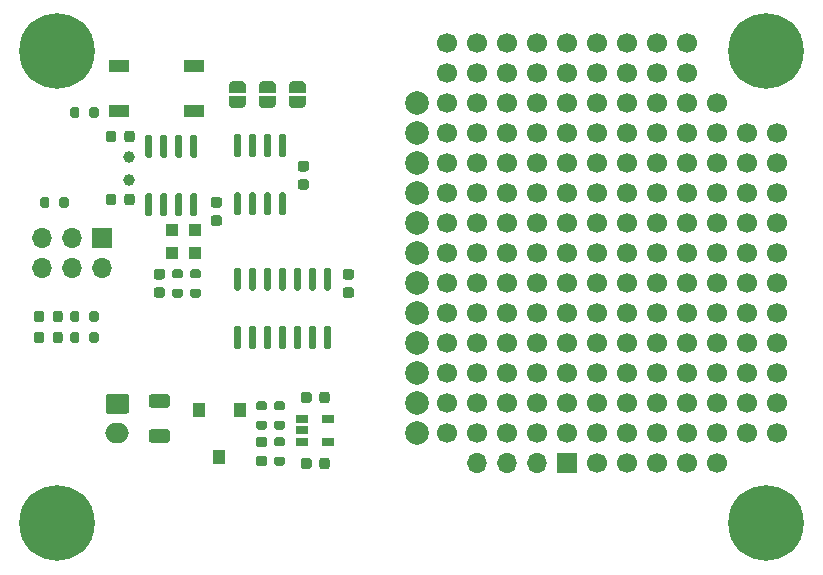
<source format=gbr>
%TF.GenerationSoftware,KiCad,Pcbnew,(5.1.10)-1*%
%TF.CreationDate,2021-09-16T15:44:01+01:00*%
%TF.ProjectId,Eos-Board,456f732d-426f-4617-9264-2e6b69636164,rev?*%
%TF.SameCoordinates,Original*%
%TF.FileFunction,Soldermask,Top*%
%TF.FilePolarity,Negative*%
%FSLAX46Y46*%
G04 Gerber Fmt 4.6, Leading zero omitted, Abs format (unit mm)*
G04 Created by KiCad (PCBNEW (5.1.10)-1) date 2021-09-16 15:44:01*
%MOMM*%
%LPD*%
G01*
G04 APERTURE LIST*
%ADD10R,1.700000X1.000000*%
%ADD11C,1.700000*%
%ADD12C,0.800000*%
%ADD13C,6.400000*%
%ADD14C,1.000000*%
%ADD15O,1.700000X1.700000*%
%ADD16R,1.700000X1.700000*%
%ADD17R,1.000000X1.000000*%
%ADD18R,1.060000X0.650000*%
%ADD19C,2.000000*%
%ADD20R,1.000000X1.300000*%
%ADD21C,0.100000*%
%ADD22O,2.000000X1.700000*%
G04 APERTURE END LIST*
D10*
%TO.C,SW2*%
X113132000Y-64130000D03*
X106832000Y-64130000D03*
X113132000Y-60330000D03*
X106832000Y-60330000D03*
%TD*%
%TO.C,R9*%
G36*
G01*
X104311000Y-64537000D02*
X104311000Y-63987000D01*
G75*
G02*
X104511000Y-63787000I200000J0D01*
G01*
X104911000Y-63787000D01*
G75*
G02*
X105111000Y-63987000I0J-200000D01*
G01*
X105111000Y-64537000D01*
G75*
G02*
X104911000Y-64737000I-200000J0D01*
G01*
X104511000Y-64737000D01*
G75*
G02*
X104311000Y-64537000I0J200000D01*
G01*
G37*
G36*
G01*
X102661000Y-64537000D02*
X102661000Y-63987000D01*
G75*
G02*
X102861000Y-63787000I200000J0D01*
G01*
X103261000Y-63787000D01*
G75*
G02*
X103461000Y-63987000I0J-200000D01*
G01*
X103461000Y-64537000D01*
G75*
G02*
X103261000Y-64737000I-200000J0D01*
G01*
X102861000Y-64737000D01*
G75*
G02*
X102661000Y-64537000I0J200000D01*
G01*
G37*
%TD*%
%TO.C,U6*%
G36*
G01*
X113007000Y-71096000D02*
X113307000Y-71096000D01*
G75*
G02*
X113457000Y-71246000I0J-150000D01*
G01*
X113457000Y-72896000D01*
G75*
G02*
X113307000Y-73046000I-150000J0D01*
G01*
X113007000Y-73046000D01*
G75*
G02*
X112857000Y-72896000I0J150000D01*
G01*
X112857000Y-71246000D01*
G75*
G02*
X113007000Y-71096000I150000J0D01*
G01*
G37*
G36*
G01*
X111737000Y-71096000D02*
X112037000Y-71096000D01*
G75*
G02*
X112187000Y-71246000I0J-150000D01*
G01*
X112187000Y-72896000D01*
G75*
G02*
X112037000Y-73046000I-150000J0D01*
G01*
X111737000Y-73046000D01*
G75*
G02*
X111587000Y-72896000I0J150000D01*
G01*
X111587000Y-71246000D01*
G75*
G02*
X111737000Y-71096000I150000J0D01*
G01*
G37*
G36*
G01*
X110467000Y-71096000D02*
X110767000Y-71096000D01*
G75*
G02*
X110917000Y-71246000I0J-150000D01*
G01*
X110917000Y-72896000D01*
G75*
G02*
X110767000Y-73046000I-150000J0D01*
G01*
X110467000Y-73046000D01*
G75*
G02*
X110317000Y-72896000I0J150000D01*
G01*
X110317000Y-71246000D01*
G75*
G02*
X110467000Y-71096000I150000J0D01*
G01*
G37*
G36*
G01*
X109197000Y-71096000D02*
X109497000Y-71096000D01*
G75*
G02*
X109647000Y-71246000I0J-150000D01*
G01*
X109647000Y-72896000D01*
G75*
G02*
X109497000Y-73046000I-150000J0D01*
G01*
X109197000Y-73046000D01*
G75*
G02*
X109047000Y-72896000I0J150000D01*
G01*
X109047000Y-71246000D01*
G75*
G02*
X109197000Y-71096000I150000J0D01*
G01*
G37*
G36*
G01*
X109197000Y-66146000D02*
X109497000Y-66146000D01*
G75*
G02*
X109647000Y-66296000I0J-150000D01*
G01*
X109647000Y-67946000D01*
G75*
G02*
X109497000Y-68096000I-150000J0D01*
G01*
X109197000Y-68096000D01*
G75*
G02*
X109047000Y-67946000I0J150000D01*
G01*
X109047000Y-66296000D01*
G75*
G02*
X109197000Y-66146000I150000J0D01*
G01*
G37*
G36*
G01*
X110467000Y-66146000D02*
X110767000Y-66146000D01*
G75*
G02*
X110917000Y-66296000I0J-150000D01*
G01*
X110917000Y-67946000D01*
G75*
G02*
X110767000Y-68096000I-150000J0D01*
G01*
X110467000Y-68096000D01*
G75*
G02*
X110317000Y-67946000I0J150000D01*
G01*
X110317000Y-66296000D01*
G75*
G02*
X110467000Y-66146000I150000J0D01*
G01*
G37*
G36*
G01*
X111737000Y-66146000D02*
X112037000Y-66146000D01*
G75*
G02*
X112187000Y-66296000I0J-150000D01*
G01*
X112187000Y-67946000D01*
G75*
G02*
X112037000Y-68096000I-150000J0D01*
G01*
X111737000Y-68096000D01*
G75*
G02*
X111587000Y-67946000I0J150000D01*
G01*
X111587000Y-66296000D01*
G75*
G02*
X111737000Y-66146000I150000J0D01*
G01*
G37*
G36*
G01*
X113007000Y-66146000D02*
X113307000Y-66146000D01*
G75*
G02*
X113457000Y-66296000I0J-150000D01*
G01*
X113457000Y-67946000D01*
G75*
G02*
X113307000Y-68096000I-150000J0D01*
G01*
X113007000Y-68096000D01*
G75*
G02*
X112857000Y-67946000I0J150000D01*
G01*
X112857000Y-66296000D01*
G75*
G02*
X113007000Y-66146000I150000J0D01*
G01*
G37*
%TD*%
D11*
%TO.C,REF\u002A\u002A*%
X134620000Y-91440000D03*
%TD*%
%TO.C,REF\u002A\u002A*%
X134620000Y-88900000D03*
%TD*%
%TO.C,REF\u002A\u002A*%
X137160000Y-91440000D03*
%TD*%
%TO.C,REF\u002A\u002A*%
X137160000Y-88900000D03*
%TD*%
%TO.C,REF\u002A\u002A*%
X162560000Y-71120000D03*
%TD*%
%TO.C,REF\u002A\u002A*%
X162560000Y-68580000D03*
%TD*%
%TO.C,REF\u002A\u002A*%
X162560000Y-86360000D03*
%TD*%
%TO.C,REF\u002A\u002A*%
X162560000Y-73660000D03*
%TD*%
%TO.C,REF\u002A\u002A*%
X162560000Y-81280000D03*
%TD*%
%TO.C,REF\u002A\u002A*%
X162560000Y-76200000D03*
%TD*%
%TO.C,REF\u002A\u002A*%
X162560000Y-88900000D03*
%TD*%
%TO.C,REF\u002A\u002A*%
X162560000Y-66040000D03*
%TD*%
%TO.C,REF\u002A\u002A*%
X162560000Y-91440000D03*
%TD*%
%TO.C,REF\u002A\u002A*%
X162560000Y-83820000D03*
%TD*%
%TO.C,REF\u002A\u002A*%
X162560000Y-78740000D03*
%TD*%
%TO.C,REF\u002A\u002A*%
X160020000Y-83820000D03*
%TD*%
%TO.C,REF\u002A\u002A*%
X160020000Y-86360000D03*
%TD*%
%TO.C,REF\u002A\u002A*%
X160020000Y-88900000D03*
%TD*%
%TO.C,REF\u002A\u002A*%
X160020000Y-78740000D03*
%TD*%
%TO.C,REF\u002A\u002A*%
X160020000Y-66040000D03*
%TD*%
%TO.C,REF\u002A\u002A*%
X160020000Y-73660000D03*
%TD*%
%TO.C,REF\u002A\u002A*%
X160020000Y-71120000D03*
%TD*%
%TO.C,REF\u002A\u002A*%
X160020000Y-68580000D03*
%TD*%
%TO.C,REF\u002A\u002A*%
X160020000Y-91440000D03*
%TD*%
%TO.C,REF\u002A\u002A*%
X160020000Y-76200000D03*
%TD*%
%TO.C,REF\u002A\u002A*%
X160020000Y-81280000D03*
%TD*%
%TO.C,REF\u002A\u002A*%
X157480000Y-93980000D03*
%TD*%
%TO.C,REF\u002A\u002A*%
X157480000Y-71120000D03*
%TD*%
%TO.C,REF\u002A\u002A*%
X157480000Y-68580000D03*
%TD*%
%TO.C,REF\u002A\u002A*%
X157480000Y-76200000D03*
%TD*%
%TO.C,REF\u002A\u002A*%
X157480000Y-73660000D03*
%TD*%
%TO.C,REF\u002A\u002A*%
X157480000Y-91440000D03*
%TD*%
%TO.C,REF\u002A\u002A*%
X157480000Y-81280000D03*
%TD*%
%TO.C,REF\u002A\u002A*%
X157480000Y-78740000D03*
%TD*%
%TO.C,REF\u002A\u002A*%
X157480000Y-66040000D03*
%TD*%
%TO.C,REF\u002A\u002A*%
X157480000Y-63500000D03*
%TD*%
%TO.C,REF\u002A\u002A*%
X157480000Y-86360000D03*
%TD*%
%TO.C,REF\u002A\u002A*%
X157480000Y-83820000D03*
%TD*%
%TO.C,REF\u002A\u002A*%
X157480000Y-88900000D03*
%TD*%
%TO.C,REF\u002A\u002A*%
X152400000Y-93980000D03*
%TD*%
%TO.C,REF\u002A\u002A*%
X154940000Y-93980000D03*
%TD*%
%TO.C,REF\u002A\u002A*%
X147320000Y-93980000D03*
%TD*%
%TO.C,REF\u002A\u002A*%
X149860000Y-93980000D03*
%TD*%
%TO.C,REF\u002A\u002A*%
X134620000Y-58420000D03*
%TD*%
%TO.C,REF\u002A\u002A*%
X134620000Y-60960000D03*
%TD*%
%TO.C,REF\u002A\u002A*%
X134620000Y-71120000D03*
%TD*%
%TO.C,REF\u002A\u002A*%
X134620000Y-63500000D03*
%TD*%
%TO.C,REF\u002A\u002A*%
X134620000Y-66040000D03*
%TD*%
%TO.C,REF\u002A\u002A*%
X134620000Y-68580000D03*
%TD*%
%TO.C,REF\u002A\u002A*%
X134620000Y-73660000D03*
%TD*%
%TO.C,REF\u002A\u002A*%
X134620000Y-76200000D03*
%TD*%
%TO.C,REF\u002A\u002A*%
X134620000Y-78740000D03*
%TD*%
%TO.C,REF\u002A\u002A*%
X134620000Y-86360000D03*
%TD*%
%TO.C,REF\u002A\u002A*%
X134620000Y-81280000D03*
%TD*%
%TO.C,REF\u002A\u002A*%
X134620000Y-83820000D03*
%TD*%
%TO.C,REF\u002A\u002A*%
X152400000Y-78740000D03*
%TD*%
%TO.C,REF\u002A\u002A*%
X152400000Y-81280000D03*
%TD*%
%TO.C,REF\u002A\u002A*%
X154940000Y-78740000D03*
%TD*%
%TO.C,REF\u002A\u002A*%
X154940000Y-81280000D03*
%TD*%
%TO.C,REF\u002A\u002A*%
X152400000Y-71120000D03*
%TD*%
%TO.C,REF\u002A\u002A*%
X152400000Y-68580000D03*
%TD*%
%TO.C,REF\u002A\u002A*%
X152400000Y-66040000D03*
%TD*%
%TO.C,REF\u002A\u002A*%
X154940000Y-63500000D03*
%TD*%
%TO.C,REF\u002A\u002A*%
X152400000Y-63500000D03*
%TD*%
%TO.C,REF\u002A\u002A*%
X152400000Y-60960000D03*
%TD*%
%TO.C,REF\u002A\u002A*%
X154940000Y-58420000D03*
%TD*%
%TO.C,REF\u002A\u002A*%
X152400000Y-58420000D03*
%TD*%
%TO.C,REF\u002A\u002A*%
X154940000Y-66040000D03*
%TD*%
%TO.C,REF\u002A\u002A*%
X154940000Y-60960000D03*
%TD*%
%TO.C,REF\u002A\u002A*%
X154940000Y-71120000D03*
%TD*%
%TO.C,REF\u002A\u002A*%
X154940000Y-68580000D03*
%TD*%
%TO.C,REF\u002A\u002A*%
X152400000Y-76200000D03*
%TD*%
%TO.C,REF\u002A\u002A*%
X152400000Y-73660000D03*
%TD*%
%TO.C,REF\u002A\u002A*%
X154940000Y-73660000D03*
%TD*%
%TO.C,REF\u002A\u002A*%
X154940000Y-76200000D03*
%TD*%
%TO.C,REF\u002A\u002A*%
X152400000Y-91440000D03*
%TD*%
%TO.C,REF\u002A\u002A*%
X154940000Y-91440000D03*
%TD*%
%TO.C,REF\u002A\u002A*%
X152400000Y-88900000D03*
%TD*%
%TO.C,REF\u002A\u002A*%
X154940000Y-83820000D03*
%TD*%
%TO.C,REF\u002A\u002A*%
X152400000Y-86360000D03*
%TD*%
%TO.C,REF\u002A\u002A*%
X154940000Y-86360000D03*
%TD*%
%TO.C,REF\u002A\u002A*%
X152400000Y-83820000D03*
%TD*%
%TO.C,REF\u002A\u002A*%
X154940000Y-88900000D03*
%TD*%
%TO.C,REF\u002A\u002A*%
X147320000Y-91440000D03*
%TD*%
%TO.C,REF\u002A\u002A*%
X139700000Y-88900000D03*
%TD*%
%TO.C,REF\u002A\u002A*%
X144780000Y-88900000D03*
%TD*%
%TO.C,REF\u002A\u002A*%
X149860000Y-88900000D03*
%TD*%
%TO.C,REF\u002A\u002A*%
X147320000Y-88900000D03*
%TD*%
%TO.C,REF\u002A\u002A*%
X144780000Y-91440000D03*
%TD*%
%TO.C,REF\u002A\u002A*%
X149860000Y-91440000D03*
%TD*%
%TO.C,REF\u002A\u002A*%
X139700000Y-91440000D03*
%TD*%
%TO.C,REF\u002A\u002A*%
X142240000Y-91440000D03*
%TD*%
%TO.C,REF\u002A\u002A*%
X142240000Y-88900000D03*
%TD*%
%TO.C,REF\u002A\u002A*%
X137160000Y-83820000D03*
%TD*%
%TO.C,REF\u002A\u002A*%
X147320000Y-86360000D03*
%TD*%
%TO.C,REF\u002A\u002A*%
X139700000Y-83820000D03*
%TD*%
%TO.C,REF\u002A\u002A*%
X144780000Y-83820000D03*
%TD*%
%TO.C,REF\u002A\u002A*%
X149860000Y-83820000D03*
%TD*%
%TO.C,REF\u002A\u002A*%
X147320000Y-83820000D03*
%TD*%
%TO.C,REF\u002A\u002A*%
X144780000Y-86360000D03*
%TD*%
%TO.C,REF\u002A\u002A*%
X149860000Y-86360000D03*
%TD*%
%TO.C,REF\u002A\u002A*%
X137160000Y-86360000D03*
%TD*%
%TO.C,REF\u002A\u002A*%
X139700000Y-86360000D03*
%TD*%
%TO.C,REF\u002A\u002A*%
X142240000Y-86360000D03*
%TD*%
%TO.C,REF\u002A\u002A*%
X142240000Y-83820000D03*
%TD*%
%TO.C,REF\u002A\u002A*%
X137160000Y-78740000D03*
%TD*%
%TO.C,REF\u002A\u002A*%
X147320000Y-81280000D03*
%TD*%
%TO.C,REF\u002A\u002A*%
X139700000Y-78740000D03*
%TD*%
%TO.C,REF\u002A\u002A*%
X144780000Y-78740000D03*
%TD*%
%TO.C,REF\u002A\u002A*%
X149860000Y-78740000D03*
%TD*%
%TO.C,REF\u002A\u002A*%
X147320000Y-78740000D03*
%TD*%
%TO.C,REF\u002A\u002A*%
X144780000Y-81280000D03*
%TD*%
%TO.C,REF\u002A\u002A*%
X149860000Y-81280000D03*
%TD*%
%TO.C,REF\u002A\u002A*%
X137160000Y-81280000D03*
%TD*%
%TO.C,REF\u002A\u002A*%
X139700000Y-81280000D03*
%TD*%
%TO.C,REF\u002A\u002A*%
X142240000Y-81280000D03*
%TD*%
%TO.C,REF\u002A\u002A*%
X142240000Y-78740000D03*
%TD*%
%TO.C,REF\u002A\u002A*%
X137160000Y-73660000D03*
%TD*%
%TO.C,REF\u002A\u002A*%
X147320000Y-76200000D03*
%TD*%
%TO.C,REF\u002A\u002A*%
X139700000Y-73660000D03*
%TD*%
%TO.C,REF\u002A\u002A*%
X144780000Y-73660000D03*
%TD*%
%TO.C,REF\u002A\u002A*%
X149860000Y-73660000D03*
%TD*%
%TO.C,REF\u002A\u002A*%
X147320000Y-73660000D03*
%TD*%
%TO.C,REF\u002A\u002A*%
X144780000Y-76200000D03*
%TD*%
%TO.C,REF\u002A\u002A*%
X149860000Y-76200000D03*
%TD*%
%TO.C,REF\u002A\u002A*%
X137160000Y-76200000D03*
%TD*%
%TO.C,REF\u002A\u002A*%
X139700000Y-76200000D03*
%TD*%
%TO.C,REF\u002A\u002A*%
X142240000Y-76200000D03*
%TD*%
%TO.C,REF\u002A\u002A*%
X142240000Y-73660000D03*
%TD*%
%TO.C,REF\u002A\u002A*%
X137160000Y-68580000D03*
%TD*%
%TO.C,REF\u002A\u002A*%
X147320000Y-71120000D03*
%TD*%
%TO.C,REF\u002A\u002A*%
X139700000Y-68580000D03*
%TD*%
%TO.C,REF\u002A\u002A*%
X144780000Y-68580000D03*
%TD*%
%TO.C,REF\u002A\u002A*%
X149860000Y-68580000D03*
%TD*%
%TO.C,REF\u002A\u002A*%
X147320000Y-68580000D03*
%TD*%
%TO.C,REF\u002A\u002A*%
X144780000Y-71120000D03*
%TD*%
%TO.C,REF\u002A\u002A*%
X149860000Y-71120000D03*
%TD*%
%TO.C,REF\u002A\u002A*%
X137160000Y-71120000D03*
%TD*%
%TO.C,REF\u002A\u002A*%
X139700000Y-71120000D03*
%TD*%
%TO.C,REF\u002A\u002A*%
X142240000Y-71120000D03*
%TD*%
%TO.C,REF\u002A\u002A*%
X142240000Y-68580000D03*
%TD*%
%TO.C,REF\u002A\u002A*%
X137160000Y-63500000D03*
%TD*%
%TO.C,REF\u002A\u002A*%
X147320000Y-66040000D03*
%TD*%
%TO.C,REF\u002A\u002A*%
X139700000Y-63500000D03*
%TD*%
%TO.C,REF\u002A\u002A*%
X144780000Y-63500000D03*
%TD*%
%TO.C,REF\u002A\u002A*%
X149860000Y-63500000D03*
%TD*%
%TO.C,REF\u002A\u002A*%
X147320000Y-63500000D03*
%TD*%
%TO.C,REF\u002A\u002A*%
X144780000Y-66040000D03*
%TD*%
%TO.C,REF\u002A\u002A*%
X149860000Y-66040000D03*
%TD*%
%TO.C,REF\u002A\u002A*%
X137160000Y-66040000D03*
%TD*%
%TO.C,REF\u002A\u002A*%
X139700000Y-66040000D03*
%TD*%
%TO.C,REF\u002A\u002A*%
X142240000Y-66040000D03*
%TD*%
%TO.C,REF\u002A\u002A*%
X142240000Y-63500000D03*
%TD*%
%TO.C,REF\u002A\u002A*%
X149860000Y-58420000D03*
%TD*%
%TO.C,REF\u002A\u002A*%
X149860000Y-60960000D03*
%TD*%
%TO.C,REF\u002A\u002A*%
X147320000Y-58420000D03*
%TD*%
%TO.C,REF\u002A\u002A*%
X147320000Y-60960000D03*
%TD*%
%TO.C,REF\u002A\u002A*%
X144780000Y-58420000D03*
%TD*%
%TO.C,REF\u002A\u002A*%
X144780000Y-60960000D03*
%TD*%
%TO.C,REF\u002A\u002A*%
X142240000Y-58420000D03*
%TD*%
%TO.C,REF\u002A\u002A*%
X142240000Y-60960000D03*
%TD*%
%TO.C,REF\u002A\u002A*%
X139700000Y-58420000D03*
%TD*%
%TO.C,REF\u002A\u002A*%
X139700000Y-60960000D03*
%TD*%
%TO.C,REF\u002A\u002A*%
X137160000Y-58420000D03*
%TD*%
%TO.C,REF\u002A\u002A*%
X137160000Y-60960000D03*
%TD*%
D12*
%TO.C,H4*%
X103297056Y-57362944D03*
X101600000Y-56660000D03*
X99902944Y-57362944D03*
X99200000Y-59060000D03*
X99902944Y-60757056D03*
X101600000Y-61460000D03*
X103297056Y-60757056D03*
X104000000Y-59060000D03*
D13*
X101600000Y-59060000D03*
%TD*%
D12*
%TO.C,H3*%
X163297056Y-57362944D03*
X161600000Y-56660000D03*
X159902944Y-57362944D03*
X159200000Y-59060000D03*
X159902944Y-60757056D03*
X161600000Y-61460000D03*
X163297056Y-60757056D03*
X164000000Y-59060000D03*
D13*
X161600000Y-59060000D03*
%TD*%
D12*
%TO.C,H2*%
X163297056Y-97362944D03*
X161600000Y-96660000D03*
X159902944Y-97362944D03*
X159200000Y-99060000D03*
X159902944Y-100757056D03*
X161600000Y-101460000D03*
X163297056Y-100757056D03*
X164000000Y-99060000D03*
D13*
X161600000Y-99060000D03*
%TD*%
D12*
%TO.C,H1*%
X103297056Y-97362944D03*
X101600000Y-96660000D03*
X99902944Y-97362944D03*
X99200000Y-99060000D03*
X99902944Y-100757056D03*
X101600000Y-101460000D03*
X103297056Y-100757056D03*
X104000000Y-99060000D03*
D13*
X101600000Y-99060000D03*
%TD*%
D14*
%TO.C,Y1*%
X107696000Y-69972000D03*
X107696000Y-68072000D03*
%TD*%
D15*
%TO.C,U5*%
X137140000Y-93980000D03*
X139680000Y-93980000D03*
X142220000Y-93980000D03*
D16*
X144760000Y-93980000D03*
%TD*%
D17*
%TO.C,U4*%
X113268000Y-74184000D03*
X113268000Y-76184000D03*
X111268000Y-76184000D03*
X111268000Y-74184000D03*
%TD*%
%TO.C,U3*%
G36*
G01*
X124310000Y-82337000D02*
X124610000Y-82337000D01*
G75*
G02*
X124760000Y-82487000I0J-150000D01*
G01*
X124760000Y-84137000D01*
G75*
G02*
X124610000Y-84287000I-150000J0D01*
G01*
X124310000Y-84287000D01*
G75*
G02*
X124160000Y-84137000I0J150000D01*
G01*
X124160000Y-82487000D01*
G75*
G02*
X124310000Y-82337000I150000J0D01*
G01*
G37*
G36*
G01*
X123040000Y-82337000D02*
X123340000Y-82337000D01*
G75*
G02*
X123490000Y-82487000I0J-150000D01*
G01*
X123490000Y-84137000D01*
G75*
G02*
X123340000Y-84287000I-150000J0D01*
G01*
X123040000Y-84287000D01*
G75*
G02*
X122890000Y-84137000I0J150000D01*
G01*
X122890000Y-82487000D01*
G75*
G02*
X123040000Y-82337000I150000J0D01*
G01*
G37*
G36*
G01*
X121770000Y-82337000D02*
X122070000Y-82337000D01*
G75*
G02*
X122220000Y-82487000I0J-150000D01*
G01*
X122220000Y-84137000D01*
G75*
G02*
X122070000Y-84287000I-150000J0D01*
G01*
X121770000Y-84287000D01*
G75*
G02*
X121620000Y-84137000I0J150000D01*
G01*
X121620000Y-82487000D01*
G75*
G02*
X121770000Y-82337000I150000J0D01*
G01*
G37*
G36*
G01*
X120500000Y-82337000D02*
X120800000Y-82337000D01*
G75*
G02*
X120950000Y-82487000I0J-150000D01*
G01*
X120950000Y-84137000D01*
G75*
G02*
X120800000Y-84287000I-150000J0D01*
G01*
X120500000Y-84287000D01*
G75*
G02*
X120350000Y-84137000I0J150000D01*
G01*
X120350000Y-82487000D01*
G75*
G02*
X120500000Y-82337000I150000J0D01*
G01*
G37*
G36*
G01*
X119230000Y-82337000D02*
X119530000Y-82337000D01*
G75*
G02*
X119680000Y-82487000I0J-150000D01*
G01*
X119680000Y-84137000D01*
G75*
G02*
X119530000Y-84287000I-150000J0D01*
G01*
X119230000Y-84287000D01*
G75*
G02*
X119080000Y-84137000I0J150000D01*
G01*
X119080000Y-82487000D01*
G75*
G02*
X119230000Y-82337000I150000J0D01*
G01*
G37*
G36*
G01*
X117960000Y-82337000D02*
X118260000Y-82337000D01*
G75*
G02*
X118410000Y-82487000I0J-150000D01*
G01*
X118410000Y-84137000D01*
G75*
G02*
X118260000Y-84287000I-150000J0D01*
G01*
X117960000Y-84287000D01*
G75*
G02*
X117810000Y-84137000I0J150000D01*
G01*
X117810000Y-82487000D01*
G75*
G02*
X117960000Y-82337000I150000J0D01*
G01*
G37*
G36*
G01*
X116690000Y-82337000D02*
X116990000Y-82337000D01*
G75*
G02*
X117140000Y-82487000I0J-150000D01*
G01*
X117140000Y-84137000D01*
G75*
G02*
X116990000Y-84287000I-150000J0D01*
G01*
X116690000Y-84287000D01*
G75*
G02*
X116540000Y-84137000I0J150000D01*
G01*
X116540000Y-82487000D01*
G75*
G02*
X116690000Y-82337000I150000J0D01*
G01*
G37*
G36*
G01*
X116690000Y-77387000D02*
X116990000Y-77387000D01*
G75*
G02*
X117140000Y-77537000I0J-150000D01*
G01*
X117140000Y-79187000D01*
G75*
G02*
X116990000Y-79337000I-150000J0D01*
G01*
X116690000Y-79337000D01*
G75*
G02*
X116540000Y-79187000I0J150000D01*
G01*
X116540000Y-77537000D01*
G75*
G02*
X116690000Y-77387000I150000J0D01*
G01*
G37*
G36*
G01*
X117960000Y-77387000D02*
X118260000Y-77387000D01*
G75*
G02*
X118410000Y-77537000I0J-150000D01*
G01*
X118410000Y-79187000D01*
G75*
G02*
X118260000Y-79337000I-150000J0D01*
G01*
X117960000Y-79337000D01*
G75*
G02*
X117810000Y-79187000I0J150000D01*
G01*
X117810000Y-77537000D01*
G75*
G02*
X117960000Y-77387000I150000J0D01*
G01*
G37*
G36*
G01*
X119230000Y-77387000D02*
X119530000Y-77387000D01*
G75*
G02*
X119680000Y-77537000I0J-150000D01*
G01*
X119680000Y-79187000D01*
G75*
G02*
X119530000Y-79337000I-150000J0D01*
G01*
X119230000Y-79337000D01*
G75*
G02*
X119080000Y-79187000I0J150000D01*
G01*
X119080000Y-77537000D01*
G75*
G02*
X119230000Y-77387000I150000J0D01*
G01*
G37*
G36*
G01*
X120500000Y-77387000D02*
X120800000Y-77387000D01*
G75*
G02*
X120950000Y-77537000I0J-150000D01*
G01*
X120950000Y-79187000D01*
G75*
G02*
X120800000Y-79337000I-150000J0D01*
G01*
X120500000Y-79337000D01*
G75*
G02*
X120350000Y-79187000I0J150000D01*
G01*
X120350000Y-77537000D01*
G75*
G02*
X120500000Y-77387000I150000J0D01*
G01*
G37*
G36*
G01*
X121770000Y-77387000D02*
X122070000Y-77387000D01*
G75*
G02*
X122220000Y-77537000I0J-150000D01*
G01*
X122220000Y-79187000D01*
G75*
G02*
X122070000Y-79337000I-150000J0D01*
G01*
X121770000Y-79337000D01*
G75*
G02*
X121620000Y-79187000I0J150000D01*
G01*
X121620000Y-77537000D01*
G75*
G02*
X121770000Y-77387000I150000J0D01*
G01*
G37*
G36*
G01*
X123040000Y-77387000D02*
X123340000Y-77387000D01*
G75*
G02*
X123490000Y-77537000I0J-150000D01*
G01*
X123490000Y-79187000D01*
G75*
G02*
X123340000Y-79337000I-150000J0D01*
G01*
X123040000Y-79337000D01*
G75*
G02*
X122890000Y-79187000I0J150000D01*
G01*
X122890000Y-77537000D01*
G75*
G02*
X123040000Y-77387000I150000J0D01*
G01*
G37*
G36*
G01*
X124310000Y-77387000D02*
X124610000Y-77387000D01*
G75*
G02*
X124760000Y-77537000I0J-150000D01*
G01*
X124760000Y-79187000D01*
G75*
G02*
X124610000Y-79337000I-150000J0D01*
G01*
X124310000Y-79337000D01*
G75*
G02*
X124160000Y-79187000I0J150000D01*
G01*
X124160000Y-77537000D01*
G75*
G02*
X124310000Y-77387000I150000J0D01*
G01*
G37*
%TD*%
%TO.C,U2*%
G36*
G01*
X120500000Y-71031000D02*
X120800000Y-71031000D01*
G75*
G02*
X120950000Y-71181000I0J-150000D01*
G01*
X120950000Y-72831000D01*
G75*
G02*
X120800000Y-72981000I-150000J0D01*
G01*
X120500000Y-72981000D01*
G75*
G02*
X120350000Y-72831000I0J150000D01*
G01*
X120350000Y-71181000D01*
G75*
G02*
X120500000Y-71031000I150000J0D01*
G01*
G37*
G36*
G01*
X119230000Y-71031000D02*
X119530000Y-71031000D01*
G75*
G02*
X119680000Y-71181000I0J-150000D01*
G01*
X119680000Y-72831000D01*
G75*
G02*
X119530000Y-72981000I-150000J0D01*
G01*
X119230000Y-72981000D01*
G75*
G02*
X119080000Y-72831000I0J150000D01*
G01*
X119080000Y-71181000D01*
G75*
G02*
X119230000Y-71031000I150000J0D01*
G01*
G37*
G36*
G01*
X117960000Y-71031000D02*
X118260000Y-71031000D01*
G75*
G02*
X118410000Y-71181000I0J-150000D01*
G01*
X118410000Y-72831000D01*
G75*
G02*
X118260000Y-72981000I-150000J0D01*
G01*
X117960000Y-72981000D01*
G75*
G02*
X117810000Y-72831000I0J150000D01*
G01*
X117810000Y-71181000D01*
G75*
G02*
X117960000Y-71031000I150000J0D01*
G01*
G37*
G36*
G01*
X116690000Y-71031000D02*
X116990000Y-71031000D01*
G75*
G02*
X117140000Y-71181000I0J-150000D01*
G01*
X117140000Y-72831000D01*
G75*
G02*
X116990000Y-72981000I-150000J0D01*
G01*
X116690000Y-72981000D01*
G75*
G02*
X116540000Y-72831000I0J150000D01*
G01*
X116540000Y-71181000D01*
G75*
G02*
X116690000Y-71031000I150000J0D01*
G01*
G37*
G36*
G01*
X116690000Y-66081000D02*
X116990000Y-66081000D01*
G75*
G02*
X117140000Y-66231000I0J-150000D01*
G01*
X117140000Y-67881000D01*
G75*
G02*
X116990000Y-68031000I-150000J0D01*
G01*
X116690000Y-68031000D01*
G75*
G02*
X116540000Y-67881000I0J150000D01*
G01*
X116540000Y-66231000D01*
G75*
G02*
X116690000Y-66081000I150000J0D01*
G01*
G37*
G36*
G01*
X117960000Y-66081000D02*
X118260000Y-66081000D01*
G75*
G02*
X118410000Y-66231000I0J-150000D01*
G01*
X118410000Y-67881000D01*
G75*
G02*
X118260000Y-68031000I-150000J0D01*
G01*
X117960000Y-68031000D01*
G75*
G02*
X117810000Y-67881000I0J150000D01*
G01*
X117810000Y-66231000D01*
G75*
G02*
X117960000Y-66081000I150000J0D01*
G01*
G37*
G36*
G01*
X119230000Y-66081000D02*
X119530000Y-66081000D01*
G75*
G02*
X119680000Y-66231000I0J-150000D01*
G01*
X119680000Y-67881000D01*
G75*
G02*
X119530000Y-68031000I-150000J0D01*
G01*
X119230000Y-68031000D01*
G75*
G02*
X119080000Y-67881000I0J150000D01*
G01*
X119080000Y-66231000D01*
G75*
G02*
X119230000Y-66081000I150000J0D01*
G01*
G37*
G36*
G01*
X120500000Y-66081000D02*
X120800000Y-66081000D01*
G75*
G02*
X120950000Y-66231000I0J-150000D01*
G01*
X120950000Y-67881000D01*
G75*
G02*
X120800000Y-68031000I-150000J0D01*
G01*
X120500000Y-68031000D01*
G75*
G02*
X120350000Y-67881000I0J150000D01*
G01*
X120350000Y-66231000D01*
G75*
G02*
X120500000Y-66081000I150000J0D01*
G01*
G37*
%TD*%
D18*
%TO.C,U1*%
X124544000Y-90236000D03*
X124544000Y-92136000D03*
X122344000Y-92136000D03*
X122344000Y-91186000D03*
X122344000Y-90236000D03*
%TD*%
D19*
%TO.C,TP12*%
X132080000Y-63500000D03*
%TD*%
%TO.C,TP11*%
X132080000Y-66040000D03*
%TD*%
%TO.C,TP10*%
X132080000Y-68580000D03*
%TD*%
%TO.C,TP9*%
X132080000Y-71120000D03*
%TD*%
%TO.C,TP8*%
X132080000Y-73660000D03*
%TD*%
%TO.C,TP7*%
X132080000Y-76200000D03*
%TD*%
%TO.C,TP6*%
X132080000Y-78740000D03*
%TD*%
%TO.C,TP5*%
X132080000Y-81280000D03*
%TD*%
%TO.C,TP4*%
X132080000Y-83820000D03*
%TD*%
%TO.C,TP3*%
X132080000Y-86360000D03*
%TD*%
%TO.C,TP2*%
X132080000Y-88900000D03*
%TD*%
%TO.C,TP1*%
X132080000Y-91440000D03*
%TD*%
D20*
%TO.C,SW1*%
X115316000Y-93390000D03*
X113566000Y-89490000D03*
X117066000Y-89490000D03*
%TD*%
%TO.C,R8*%
G36*
G01*
X113559000Y-78315000D02*
X113009000Y-78315000D01*
G75*
G02*
X112809000Y-78115000I0J200000D01*
G01*
X112809000Y-77715000D01*
G75*
G02*
X113009000Y-77515000I200000J0D01*
G01*
X113559000Y-77515000D01*
G75*
G02*
X113759000Y-77715000I0J-200000D01*
G01*
X113759000Y-78115000D01*
G75*
G02*
X113559000Y-78315000I-200000J0D01*
G01*
G37*
G36*
G01*
X113559000Y-79965000D02*
X113009000Y-79965000D01*
G75*
G02*
X112809000Y-79765000I0J200000D01*
G01*
X112809000Y-79365000D01*
G75*
G02*
X113009000Y-79165000I200000J0D01*
G01*
X113559000Y-79165000D01*
G75*
G02*
X113759000Y-79365000I0J-200000D01*
G01*
X113759000Y-79765000D01*
G75*
G02*
X113559000Y-79965000I-200000J0D01*
G01*
G37*
%TD*%
%TO.C,R7*%
G36*
G01*
X112035000Y-78315000D02*
X111485000Y-78315000D01*
G75*
G02*
X111285000Y-78115000I0J200000D01*
G01*
X111285000Y-77715000D01*
G75*
G02*
X111485000Y-77515000I200000J0D01*
G01*
X112035000Y-77515000D01*
G75*
G02*
X112235000Y-77715000I0J-200000D01*
G01*
X112235000Y-78115000D01*
G75*
G02*
X112035000Y-78315000I-200000J0D01*
G01*
G37*
G36*
G01*
X112035000Y-79965000D02*
X111485000Y-79965000D01*
G75*
G02*
X111285000Y-79765000I0J200000D01*
G01*
X111285000Y-79365000D01*
G75*
G02*
X111485000Y-79165000I200000J0D01*
G01*
X112035000Y-79165000D01*
G75*
G02*
X112235000Y-79365000I0J-200000D01*
G01*
X112235000Y-79765000D01*
G75*
G02*
X112035000Y-79965000I-200000J0D01*
G01*
G37*
%TD*%
%TO.C,R6*%
G36*
G01*
X100921000Y-71607000D02*
X100921000Y-72157000D01*
G75*
G02*
X100721000Y-72357000I-200000J0D01*
G01*
X100321000Y-72357000D01*
G75*
G02*
X100121000Y-72157000I0J200000D01*
G01*
X100121000Y-71607000D01*
G75*
G02*
X100321000Y-71407000I200000J0D01*
G01*
X100721000Y-71407000D01*
G75*
G02*
X100921000Y-71607000I0J-200000D01*
G01*
G37*
G36*
G01*
X102571000Y-71607000D02*
X102571000Y-72157000D01*
G75*
G02*
X102371000Y-72357000I-200000J0D01*
G01*
X101971000Y-72357000D01*
G75*
G02*
X101771000Y-72157000I0J200000D01*
G01*
X101771000Y-71607000D01*
G75*
G02*
X101971000Y-71407000I200000J0D01*
G01*
X102371000Y-71407000D01*
G75*
G02*
X102571000Y-71607000I0J-200000D01*
G01*
G37*
%TD*%
%TO.C,R5*%
G36*
G01*
X104311000Y-81809000D02*
X104311000Y-81259000D01*
G75*
G02*
X104511000Y-81059000I200000J0D01*
G01*
X104911000Y-81059000D01*
G75*
G02*
X105111000Y-81259000I0J-200000D01*
G01*
X105111000Y-81809000D01*
G75*
G02*
X104911000Y-82009000I-200000J0D01*
G01*
X104511000Y-82009000D01*
G75*
G02*
X104311000Y-81809000I0J200000D01*
G01*
G37*
G36*
G01*
X102661000Y-81809000D02*
X102661000Y-81259000D01*
G75*
G02*
X102861000Y-81059000I200000J0D01*
G01*
X103261000Y-81059000D01*
G75*
G02*
X103461000Y-81259000I0J-200000D01*
G01*
X103461000Y-81809000D01*
G75*
G02*
X103261000Y-82009000I-200000J0D01*
G01*
X102861000Y-82009000D01*
G75*
G02*
X102661000Y-81809000I0J200000D01*
G01*
G37*
%TD*%
%TO.C,R4*%
G36*
G01*
X104311000Y-83587000D02*
X104311000Y-83037000D01*
G75*
G02*
X104511000Y-82837000I200000J0D01*
G01*
X104911000Y-82837000D01*
G75*
G02*
X105111000Y-83037000I0J-200000D01*
G01*
X105111000Y-83587000D01*
G75*
G02*
X104911000Y-83787000I-200000J0D01*
G01*
X104511000Y-83787000D01*
G75*
G02*
X104311000Y-83587000I0J200000D01*
G01*
G37*
G36*
G01*
X102661000Y-83587000D02*
X102661000Y-83037000D01*
G75*
G02*
X102861000Y-82837000I200000J0D01*
G01*
X103261000Y-82837000D01*
G75*
G02*
X103461000Y-83037000I0J-200000D01*
G01*
X103461000Y-83587000D01*
G75*
G02*
X103261000Y-83787000I-200000J0D01*
G01*
X102861000Y-83787000D01*
G75*
G02*
X102661000Y-83587000I0J200000D01*
G01*
G37*
%TD*%
%TO.C,R3*%
G36*
G01*
X120671000Y-92539000D02*
X120121000Y-92539000D01*
G75*
G02*
X119921000Y-92339000I0J200000D01*
G01*
X119921000Y-91939000D01*
G75*
G02*
X120121000Y-91739000I200000J0D01*
G01*
X120671000Y-91739000D01*
G75*
G02*
X120871000Y-91939000I0J-200000D01*
G01*
X120871000Y-92339000D01*
G75*
G02*
X120671000Y-92539000I-200000J0D01*
G01*
G37*
G36*
G01*
X120671000Y-94189000D02*
X120121000Y-94189000D01*
G75*
G02*
X119921000Y-93989000I0J200000D01*
G01*
X119921000Y-93589000D01*
G75*
G02*
X120121000Y-93389000I200000J0D01*
G01*
X120671000Y-93389000D01*
G75*
G02*
X120871000Y-93589000I0J-200000D01*
G01*
X120871000Y-93989000D01*
G75*
G02*
X120671000Y-94189000I-200000J0D01*
G01*
G37*
%TD*%
%TO.C,R2*%
G36*
G01*
X120671000Y-89491000D02*
X120121000Y-89491000D01*
G75*
G02*
X119921000Y-89291000I0J200000D01*
G01*
X119921000Y-88891000D01*
G75*
G02*
X120121000Y-88691000I200000J0D01*
G01*
X120671000Y-88691000D01*
G75*
G02*
X120871000Y-88891000I0J-200000D01*
G01*
X120871000Y-89291000D01*
G75*
G02*
X120671000Y-89491000I-200000J0D01*
G01*
G37*
G36*
G01*
X120671000Y-91141000D02*
X120121000Y-91141000D01*
G75*
G02*
X119921000Y-90941000I0J200000D01*
G01*
X119921000Y-90541000D01*
G75*
G02*
X120121000Y-90341000I200000J0D01*
G01*
X120671000Y-90341000D01*
G75*
G02*
X120871000Y-90541000I0J-200000D01*
G01*
X120871000Y-90941000D01*
G75*
G02*
X120671000Y-91141000I-200000J0D01*
G01*
G37*
%TD*%
%TO.C,R1*%
G36*
G01*
X119147000Y-89491000D02*
X118597000Y-89491000D01*
G75*
G02*
X118397000Y-89291000I0J200000D01*
G01*
X118397000Y-88891000D01*
G75*
G02*
X118597000Y-88691000I200000J0D01*
G01*
X119147000Y-88691000D01*
G75*
G02*
X119347000Y-88891000I0J-200000D01*
G01*
X119347000Y-89291000D01*
G75*
G02*
X119147000Y-89491000I-200000J0D01*
G01*
G37*
G36*
G01*
X119147000Y-91141000D02*
X118597000Y-91141000D01*
G75*
G02*
X118397000Y-90941000I0J200000D01*
G01*
X118397000Y-90541000D01*
G75*
G02*
X118597000Y-90341000I200000J0D01*
G01*
X119147000Y-90341000D01*
G75*
G02*
X119347000Y-90541000I0J-200000D01*
G01*
X119347000Y-90941000D01*
G75*
G02*
X119147000Y-91141000I-200000J0D01*
G01*
G37*
%TD*%
D21*
%TO.C,JP3*%
G36*
X116090000Y-62588000D02*
G01*
X116090000Y-62088000D01*
X116090602Y-62088000D01*
X116090602Y-62063466D01*
X116095412Y-62014635D01*
X116104984Y-61966510D01*
X116119228Y-61919555D01*
X116138005Y-61874222D01*
X116161136Y-61830949D01*
X116188396Y-61790150D01*
X116219524Y-61752221D01*
X116254221Y-61717524D01*
X116292150Y-61686396D01*
X116332949Y-61659136D01*
X116376222Y-61636005D01*
X116421555Y-61617228D01*
X116468510Y-61602984D01*
X116516635Y-61593412D01*
X116565466Y-61588602D01*
X116590000Y-61588602D01*
X116590000Y-61588000D01*
X117090000Y-61588000D01*
X117090000Y-61588602D01*
X117114534Y-61588602D01*
X117163365Y-61593412D01*
X117211490Y-61602984D01*
X117258445Y-61617228D01*
X117303778Y-61636005D01*
X117347051Y-61659136D01*
X117387850Y-61686396D01*
X117425779Y-61717524D01*
X117460476Y-61752221D01*
X117491604Y-61790150D01*
X117518864Y-61830949D01*
X117541995Y-61874222D01*
X117560772Y-61919555D01*
X117575016Y-61966510D01*
X117584588Y-62014635D01*
X117589398Y-62063466D01*
X117589398Y-62088000D01*
X117590000Y-62088000D01*
X117590000Y-62588000D01*
X116090000Y-62588000D01*
G37*
G36*
X117589398Y-63388000D02*
G01*
X117589398Y-63412534D01*
X117584588Y-63461365D01*
X117575016Y-63509490D01*
X117560772Y-63556445D01*
X117541995Y-63601778D01*
X117518864Y-63645051D01*
X117491604Y-63685850D01*
X117460476Y-63723779D01*
X117425779Y-63758476D01*
X117387850Y-63789604D01*
X117347051Y-63816864D01*
X117303778Y-63839995D01*
X117258445Y-63858772D01*
X117211490Y-63873016D01*
X117163365Y-63882588D01*
X117114534Y-63887398D01*
X117090000Y-63887398D01*
X117090000Y-63888000D01*
X116590000Y-63888000D01*
X116590000Y-63887398D01*
X116565466Y-63887398D01*
X116516635Y-63882588D01*
X116468510Y-63873016D01*
X116421555Y-63858772D01*
X116376222Y-63839995D01*
X116332949Y-63816864D01*
X116292150Y-63789604D01*
X116254221Y-63758476D01*
X116219524Y-63723779D01*
X116188396Y-63685850D01*
X116161136Y-63645051D01*
X116138005Y-63601778D01*
X116119228Y-63556445D01*
X116104984Y-63509490D01*
X116095412Y-63461365D01*
X116090602Y-63412534D01*
X116090602Y-63388000D01*
X116090000Y-63388000D01*
X116090000Y-62888000D01*
X117590000Y-62888000D01*
X117590000Y-63388000D01*
X117589398Y-63388000D01*
G37*
%TD*%
%TO.C,JP2*%
G36*
X118630000Y-62588000D02*
G01*
X118630000Y-62088000D01*
X118630602Y-62088000D01*
X118630602Y-62063466D01*
X118635412Y-62014635D01*
X118644984Y-61966510D01*
X118659228Y-61919555D01*
X118678005Y-61874222D01*
X118701136Y-61830949D01*
X118728396Y-61790150D01*
X118759524Y-61752221D01*
X118794221Y-61717524D01*
X118832150Y-61686396D01*
X118872949Y-61659136D01*
X118916222Y-61636005D01*
X118961555Y-61617228D01*
X119008510Y-61602984D01*
X119056635Y-61593412D01*
X119105466Y-61588602D01*
X119130000Y-61588602D01*
X119130000Y-61588000D01*
X119630000Y-61588000D01*
X119630000Y-61588602D01*
X119654534Y-61588602D01*
X119703365Y-61593412D01*
X119751490Y-61602984D01*
X119798445Y-61617228D01*
X119843778Y-61636005D01*
X119887051Y-61659136D01*
X119927850Y-61686396D01*
X119965779Y-61717524D01*
X120000476Y-61752221D01*
X120031604Y-61790150D01*
X120058864Y-61830949D01*
X120081995Y-61874222D01*
X120100772Y-61919555D01*
X120115016Y-61966510D01*
X120124588Y-62014635D01*
X120129398Y-62063466D01*
X120129398Y-62088000D01*
X120130000Y-62088000D01*
X120130000Y-62588000D01*
X118630000Y-62588000D01*
G37*
G36*
X120129398Y-63388000D02*
G01*
X120129398Y-63412534D01*
X120124588Y-63461365D01*
X120115016Y-63509490D01*
X120100772Y-63556445D01*
X120081995Y-63601778D01*
X120058864Y-63645051D01*
X120031604Y-63685850D01*
X120000476Y-63723779D01*
X119965779Y-63758476D01*
X119927850Y-63789604D01*
X119887051Y-63816864D01*
X119843778Y-63839995D01*
X119798445Y-63858772D01*
X119751490Y-63873016D01*
X119703365Y-63882588D01*
X119654534Y-63887398D01*
X119630000Y-63887398D01*
X119630000Y-63888000D01*
X119130000Y-63888000D01*
X119130000Y-63887398D01*
X119105466Y-63887398D01*
X119056635Y-63882588D01*
X119008510Y-63873016D01*
X118961555Y-63858772D01*
X118916222Y-63839995D01*
X118872949Y-63816864D01*
X118832150Y-63789604D01*
X118794221Y-63758476D01*
X118759524Y-63723779D01*
X118728396Y-63685850D01*
X118701136Y-63645051D01*
X118678005Y-63601778D01*
X118659228Y-63556445D01*
X118644984Y-63509490D01*
X118635412Y-63461365D01*
X118630602Y-63412534D01*
X118630602Y-63388000D01*
X118630000Y-63388000D01*
X118630000Y-62888000D01*
X120130000Y-62888000D01*
X120130000Y-63388000D01*
X120129398Y-63388000D01*
G37*
%TD*%
%TO.C,JP1*%
G36*
X121170000Y-62588000D02*
G01*
X121170000Y-62088000D01*
X121170602Y-62088000D01*
X121170602Y-62063466D01*
X121175412Y-62014635D01*
X121184984Y-61966510D01*
X121199228Y-61919555D01*
X121218005Y-61874222D01*
X121241136Y-61830949D01*
X121268396Y-61790150D01*
X121299524Y-61752221D01*
X121334221Y-61717524D01*
X121372150Y-61686396D01*
X121412949Y-61659136D01*
X121456222Y-61636005D01*
X121501555Y-61617228D01*
X121548510Y-61602984D01*
X121596635Y-61593412D01*
X121645466Y-61588602D01*
X121670000Y-61588602D01*
X121670000Y-61588000D01*
X122170000Y-61588000D01*
X122170000Y-61588602D01*
X122194534Y-61588602D01*
X122243365Y-61593412D01*
X122291490Y-61602984D01*
X122338445Y-61617228D01*
X122383778Y-61636005D01*
X122427051Y-61659136D01*
X122467850Y-61686396D01*
X122505779Y-61717524D01*
X122540476Y-61752221D01*
X122571604Y-61790150D01*
X122598864Y-61830949D01*
X122621995Y-61874222D01*
X122640772Y-61919555D01*
X122655016Y-61966510D01*
X122664588Y-62014635D01*
X122669398Y-62063466D01*
X122669398Y-62088000D01*
X122670000Y-62088000D01*
X122670000Y-62588000D01*
X121170000Y-62588000D01*
G37*
G36*
X122669398Y-63388000D02*
G01*
X122669398Y-63412534D01*
X122664588Y-63461365D01*
X122655016Y-63509490D01*
X122640772Y-63556445D01*
X122621995Y-63601778D01*
X122598864Y-63645051D01*
X122571604Y-63685850D01*
X122540476Y-63723779D01*
X122505779Y-63758476D01*
X122467850Y-63789604D01*
X122427051Y-63816864D01*
X122383778Y-63839995D01*
X122338445Y-63858772D01*
X122291490Y-63873016D01*
X122243365Y-63882588D01*
X122194534Y-63887398D01*
X122170000Y-63887398D01*
X122170000Y-63888000D01*
X121670000Y-63888000D01*
X121670000Y-63887398D01*
X121645466Y-63887398D01*
X121596635Y-63882588D01*
X121548510Y-63873016D01*
X121501555Y-63858772D01*
X121456222Y-63839995D01*
X121412949Y-63816864D01*
X121372150Y-63789604D01*
X121334221Y-63758476D01*
X121299524Y-63723779D01*
X121268396Y-63685850D01*
X121241136Y-63645051D01*
X121218005Y-63601778D01*
X121199228Y-63556445D01*
X121184984Y-63509490D01*
X121175412Y-63461365D01*
X121170602Y-63412534D01*
X121170602Y-63388000D01*
X121170000Y-63388000D01*
X121170000Y-62888000D01*
X122670000Y-62888000D01*
X122670000Y-63388000D01*
X122669398Y-63388000D01*
G37*
%TD*%
D15*
%TO.C,J2*%
X100330000Y-77470000D03*
X100330000Y-74930000D03*
X102870000Y-77470000D03*
X102870000Y-74930000D03*
X105410000Y-77470000D03*
D16*
X105410000Y-74930000D03*
%TD*%
D22*
%TO.C,J1*%
X106680000Y-91440000D03*
G36*
G01*
X105930000Y-88090000D02*
X107430000Y-88090000D01*
G75*
G02*
X107680000Y-88340000I0J-250000D01*
G01*
X107680000Y-89540000D01*
G75*
G02*
X107430000Y-89790000I-250000J0D01*
G01*
X105930000Y-89790000D01*
G75*
G02*
X105680000Y-89540000I0J250000D01*
G01*
X105680000Y-88340000D01*
G75*
G02*
X105930000Y-88090000I250000J0D01*
G01*
G37*
%TD*%
%TO.C,D3*%
G36*
G01*
X101188000Y-81790250D02*
X101188000Y-81277750D01*
G75*
G02*
X101406750Y-81059000I218750J0D01*
G01*
X101844250Y-81059000D01*
G75*
G02*
X102063000Y-81277750I0J-218750D01*
G01*
X102063000Y-81790250D01*
G75*
G02*
X101844250Y-82009000I-218750J0D01*
G01*
X101406750Y-82009000D01*
G75*
G02*
X101188000Y-81790250I0J218750D01*
G01*
G37*
G36*
G01*
X99613000Y-81790250D02*
X99613000Y-81277750D01*
G75*
G02*
X99831750Y-81059000I218750J0D01*
G01*
X100269250Y-81059000D01*
G75*
G02*
X100488000Y-81277750I0J-218750D01*
G01*
X100488000Y-81790250D01*
G75*
G02*
X100269250Y-82009000I-218750J0D01*
G01*
X99831750Y-82009000D01*
G75*
G02*
X99613000Y-81790250I0J218750D01*
G01*
G37*
%TD*%
%TO.C,D2*%
G36*
G01*
X101188000Y-83568250D02*
X101188000Y-83055750D01*
G75*
G02*
X101406750Y-82837000I218750J0D01*
G01*
X101844250Y-82837000D01*
G75*
G02*
X102063000Y-83055750I0J-218750D01*
G01*
X102063000Y-83568250D01*
G75*
G02*
X101844250Y-83787000I-218750J0D01*
G01*
X101406750Y-83787000D01*
G75*
G02*
X101188000Y-83568250I0J218750D01*
G01*
G37*
G36*
G01*
X99613000Y-83568250D02*
X99613000Y-83055750D01*
G75*
G02*
X99831750Y-82837000I218750J0D01*
G01*
X100269250Y-82837000D01*
G75*
G02*
X100488000Y-83055750I0J-218750D01*
G01*
X100488000Y-83568250D01*
G75*
G02*
X100269250Y-83787000I-218750J0D01*
G01*
X99831750Y-83787000D01*
G75*
G02*
X99613000Y-83568250I0J218750D01*
G01*
G37*
%TD*%
%TO.C,D1*%
G36*
G01*
X119128250Y-92614000D02*
X118615750Y-92614000D01*
G75*
G02*
X118397000Y-92395250I0J218750D01*
G01*
X118397000Y-91957750D01*
G75*
G02*
X118615750Y-91739000I218750J0D01*
G01*
X119128250Y-91739000D01*
G75*
G02*
X119347000Y-91957750I0J-218750D01*
G01*
X119347000Y-92395250D01*
G75*
G02*
X119128250Y-92614000I-218750J0D01*
G01*
G37*
G36*
G01*
X119128250Y-94189000D02*
X118615750Y-94189000D01*
G75*
G02*
X118397000Y-93970250I0J218750D01*
G01*
X118397000Y-93532750D01*
G75*
G02*
X118615750Y-93314000I218750J0D01*
G01*
X119128250Y-93314000D01*
G75*
G02*
X119347000Y-93532750I0J-218750D01*
G01*
X119347000Y-93970250D01*
G75*
G02*
X119128250Y-94189000I-218750J0D01*
G01*
G37*
%TD*%
%TO.C,C9*%
G36*
G01*
X107246000Y-71878000D02*
X107246000Y-71378000D01*
G75*
G02*
X107471000Y-71153000I225000J0D01*
G01*
X107921000Y-71153000D01*
G75*
G02*
X108146000Y-71378000I0J-225000D01*
G01*
X108146000Y-71878000D01*
G75*
G02*
X107921000Y-72103000I-225000J0D01*
G01*
X107471000Y-72103000D01*
G75*
G02*
X107246000Y-71878000I0J225000D01*
G01*
G37*
G36*
G01*
X105696000Y-71878000D02*
X105696000Y-71378000D01*
G75*
G02*
X105921000Y-71153000I225000J0D01*
G01*
X106371000Y-71153000D01*
G75*
G02*
X106596000Y-71378000I0J-225000D01*
G01*
X106596000Y-71878000D01*
G75*
G02*
X106371000Y-72103000I-225000J0D01*
G01*
X105921000Y-72103000D01*
G75*
G02*
X105696000Y-71878000I0J225000D01*
G01*
G37*
%TD*%
%TO.C,C8*%
G36*
G01*
X107246000Y-66544000D02*
X107246000Y-66044000D01*
G75*
G02*
X107471000Y-65819000I225000J0D01*
G01*
X107921000Y-65819000D01*
G75*
G02*
X108146000Y-66044000I0J-225000D01*
G01*
X108146000Y-66544000D01*
G75*
G02*
X107921000Y-66769000I-225000J0D01*
G01*
X107471000Y-66769000D01*
G75*
G02*
X107246000Y-66544000I0J225000D01*
G01*
G37*
G36*
G01*
X105696000Y-66544000D02*
X105696000Y-66044000D01*
G75*
G02*
X105921000Y-65819000I225000J0D01*
G01*
X106371000Y-65819000D01*
G75*
G02*
X106596000Y-66044000I0J-225000D01*
G01*
X106596000Y-66544000D01*
G75*
G02*
X106371000Y-66769000I-225000J0D01*
G01*
X105921000Y-66769000D01*
G75*
G02*
X105696000Y-66544000I0J225000D01*
G01*
G37*
%TD*%
%TO.C,C7*%
G36*
G01*
X109986000Y-79052000D02*
X110486000Y-79052000D01*
G75*
G02*
X110711000Y-79277000I0J-225000D01*
G01*
X110711000Y-79727000D01*
G75*
G02*
X110486000Y-79952000I-225000J0D01*
G01*
X109986000Y-79952000D01*
G75*
G02*
X109761000Y-79727000I0J225000D01*
G01*
X109761000Y-79277000D01*
G75*
G02*
X109986000Y-79052000I225000J0D01*
G01*
G37*
G36*
G01*
X109986000Y-77502000D02*
X110486000Y-77502000D01*
G75*
G02*
X110711000Y-77727000I0J-225000D01*
G01*
X110711000Y-78177000D01*
G75*
G02*
X110486000Y-78402000I-225000J0D01*
G01*
X109986000Y-78402000D01*
G75*
G02*
X109761000Y-78177000I0J225000D01*
G01*
X109761000Y-77727000D01*
G75*
G02*
X109986000Y-77502000I225000J0D01*
G01*
G37*
%TD*%
%TO.C,C6*%
G36*
G01*
X114812000Y-72969000D02*
X115312000Y-72969000D01*
G75*
G02*
X115537000Y-73194000I0J-225000D01*
G01*
X115537000Y-73644000D01*
G75*
G02*
X115312000Y-73869000I-225000J0D01*
G01*
X114812000Y-73869000D01*
G75*
G02*
X114587000Y-73644000I0J225000D01*
G01*
X114587000Y-73194000D01*
G75*
G02*
X114812000Y-72969000I225000J0D01*
G01*
G37*
G36*
G01*
X114812000Y-71419000D02*
X115312000Y-71419000D01*
G75*
G02*
X115537000Y-71644000I0J-225000D01*
G01*
X115537000Y-72094000D01*
G75*
G02*
X115312000Y-72319000I-225000J0D01*
G01*
X114812000Y-72319000D01*
G75*
G02*
X114587000Y-72094000I0J225000D01*
G01*
X114587000Y-71644000D01*
G75*
G02*
X114812000Y-71419000I225000J0D01*
G01*
G37*
%TD*%
%TO.C,C5*%
G36*
G01*
X125988000Y-79065000D02*
X126488000Y-79065000D01*
G75*
G02*
X126713000Y-79290000I0J-225000D01*
G01*
X126713000Y-79740000D01*
G75*
G02*
X126488000Y-79965000I-225000J0D01*
G01*
X125988000Y-79965000D01*
G75*
G02*
X125763000Y-79740000I0J225000D01*
G01*
X125763000Y-79290000D01*
G75*
G02*
X125988000Y-79065000I225000J0D01*
G01*
G37*
G36*
G01*
X125988000Y-77515000D02*
X126488000Y-77515000D01*
G75*
G02*
X126713000Y-77740000I0J-225000D01*
G01*
X126713000Y-78190000D01*
G75*
G02*
X126488000Y-78415000I-225000J0D01*
G01*
X125988000Y-78415000D01*
G75*
G02*
X125763000Y-78190000I0J225000D01*
G01*
X125763000Y-77740000D01*
G75*
G02*
X125988000Y-77515000I225000J0D01*
G01*
G37*
%TD*%
%TO.C,C4*%
G36*
G01*
X122678000Y-69258000D02*
X122178000Y-69258000D01*
G75*
G02*
X121953000Y-69033000I0J225000D01*
G01*
X121953000Y-68583000D01*
G75*
G02*
X122178000Y-68358000I225000J0D01*
G01*
X122678000Y-68358000D01*
G75*
G02*
X122903000Y-68583000I0J-225000D01*
G01*
X122903000Y-69033000D01*
G75*
G02*
X122678000Y-69258000I-225000J0D01*
G01*
G37*
G36*
G01*
X122678000Y-70808000D02*
X122178000Y-70808000D01*
G75*
G02*
X121953000Y-70583000I0J225000D01*
G01*
X121953000Y-70133000D01*
G75*
G02*
X122178000Y-69908000I225000J0D01*
G01*
X122678000Y-69908000D01*
G75*
G02*
X122903000Y-70133000I0J-225000D01*
G01*
X122903000Y-70583000D01*
G75*
G02*
X122678000Y-70808000I-225000J0D01*
G01*
G37*
%TD*%
%TO.C,C3*%
G36*
G01*
X123119000Y-88142000D02*
X123119000Y-88642000D01*
G75*
G02*
X122894000Y-88867000I-225000J0D01*
G01*
X122444000Y-88867000D01*
G75*
G02*
X122219000Y-88642000I0J225000D01*
G01*
X122219000Y-88142000D01*
G75*
G02*
X122444000Y-87917000I225000J0D01*
G01*
X122894000Y-87917000D01*
G75*
G02*
X123119000Y-88142000I0J-225000D01*
G01*
G37*
G36*
G01*
X124669000Y-88142000D02*
X124669000Y-88642000D01*
G75*
G02*
X124444000Y-88867000I-225000J0D01*
G01*
X123994000Y-88867000D01*
G75*
G02*
X123769000Y-88642000I0J225000D01*
G01*
X123769000Y-88142000D01*
G75*
G02*
X123994000Y-87917000I225000J0D01*
G01*
X124444000Y-87917000D01*
G75*
G02*
X124669000Y-88142000I0J-225000D01*
G01*
G37*
%TD*%
%TO.C,C2*%
G36*
G01*
X110886001Y-89270000D02*
X109585999Y-89270000D01*
G75*
G02*
X109336000Y-89020001I0J249999D01*
G01*
X109336000Y-88369999D01*
G75*
G02*
X109585999Y-88120000I249999J0D01*
G01*
X110886001Y-88120000D01*
G75*
G02*
X111136000Y-88369999I0J-249999D01*
G01*
X111136000Y-89020001D01*
G75*
G02*
X110886001Y-89270000I-249999J0D01*
G01*
G37*
G36*
G01*
X110886001Y-92220000D02*
X109585999Y-92220000D01*
G75*
G02*
X109336000Y-91970001I0J249999D01*
G01*
X109336000Y-91319999D01*
G75*
G02*
X109585999Y-91070000I249999J0D01*
G01*
X110886001Y-91070000D01*
G75*
G02*
X111136000Y-91319999I0J-249999D01*
G01*
X111136000Y-91970001D01*
G75*
G02*
X110886001Y-92220000I-249999J0D01*
G01*
G37*
%TD*%
%TO.C,C1*%
G36*
G01*
X123769000Y-94230000D02*
X123769000Y-93730000D01*
G75*
G02*
X123994000Y-93505000I225000J0D01*
G01*
X124444000Y-93505000D01*
G75*
G02*
X124669000Y-93730000I0J-225000D01*
G01*
X124669000Y-94230000D01*
G75*
G02*
X124444000Y-94455000I-225000J0D01*
G01*
X123994000Y-94455000D01*
G75*
G02*
X123769000Y-94230000I0J225000D01*
G01*
G37*
G36*
G01*
X122219000Y-94230000D02*
X122219000Y-93730000D01*
G75*
G02*
X122444000Y-93505000I225000J0D01*
G01*
X122894000Y-93505000D01*
G75*
G02*
X123119000Y-93730000I0J-225000D01*
G01*
X123119000Y-94230000D01*
G75*
G02*
X122894000Y-94455000I-225000J0D01*
G01*
X122444000Y-94455000D01*
G75*
G02*
X122219000Y-94230000I0J225000D01*
G01*
G37*
%TD*%
M02*

</source>
